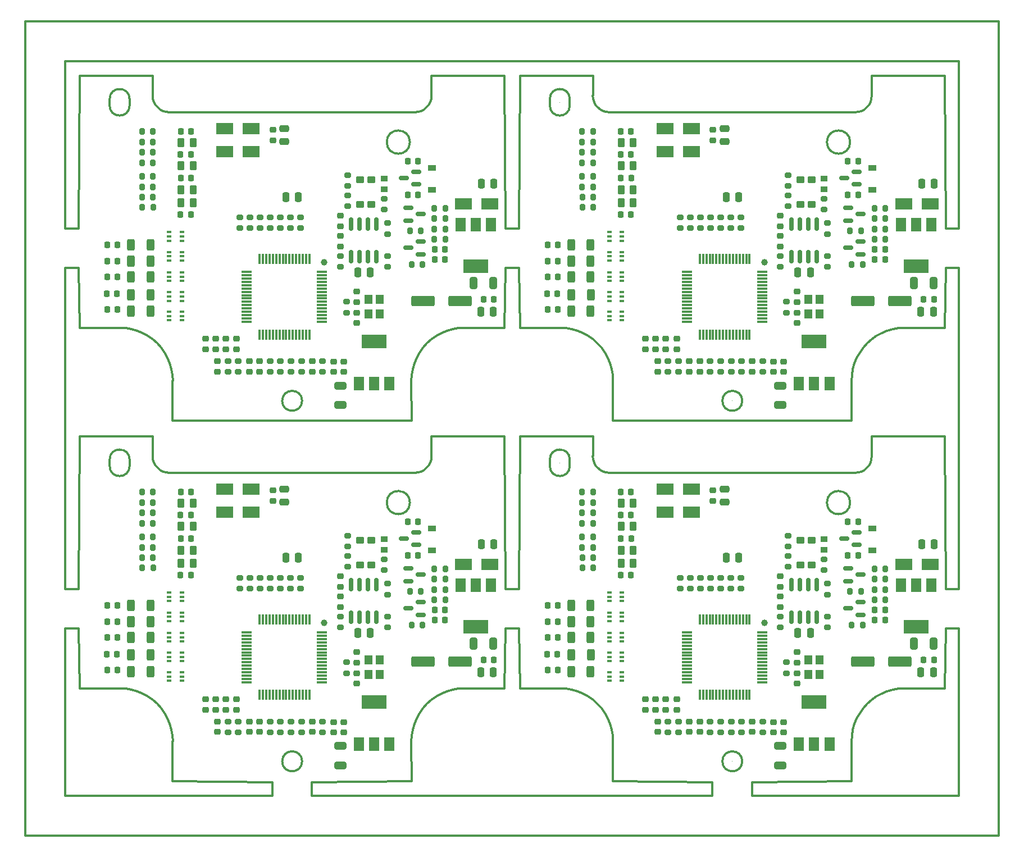
<source format=gbp>
%TF.GenerationSoftware,KiCad,Pcbnew,(6.0.0)*%
%TF.CreationDate,2022-02-12T17:38:03+08:00*%
%TF.ProjectId,SX7H02050048PB,53583748-3032-4303-9530-30343850422e,rev?*%
%TF.SameCoordinates,Original*%
%TF.FileFunction,Paste,Bot*%
%TF.FilePolarity,Positive*%
%FSLAX46Y46*%
G04 Gerber Fmt 4.6, Leading zero omitted, Abs format (unit mm)*
G04 Created by KiCad (PCBNEW (6.0.0)) date 2022-02-12 17:38:03*
%MOMM*%
%LPD*%
G01*
G04 APERTURE LIST*
G04 Aperture macros list*
%AMRoundRect*
0 Rectangle with rounded corners*
0 $1 Rounding radius*
0 $2 $3 $4 $5 $6 $7 $8 $9 X,Y pos of 4 corners*
0 Add a 4 corners polygon primitive as box body*
4,1,4,$2,$3,$4,$5,$6,$7,$8,$9,$2,$3,0*
0 Add four circle primitives for the rounded corners*
1,1,$1+$1,$2,$3*
1,1,$1+$1,$4,$5*
1,1,$1+$1,$6,$7*
1,1,$1+$1,$8,$9*
0 Add four rect primitives between the rounded corners*
20,1,$1+$1,$2,$3,$4,$5,0*
20,1,$1+$1,$4,$5,$6,$7,0*
20,1,$1+$1,$6,$7,$8,$9,0*
20,1,$1+$1,$8,$9,$2,$3,0*%
G04 Aperture macros list end*
%TA.AperFunction,Profile*%
%ADD10C,0.350000*%
%TD*%
%TA.AperFunction,Profile*%
%ADD11C,0.010049*%
%TD*%
%TA.AperFunction,Profile*%
%ADD12C,0.010050*%
%TD*%
%ADD13R,0.650000X0.400000*%
%ADD14R,2.500000X1.800000*%
%ADD15RoundRect,0.200000X0.200000X0.275000X-0.200000X0.275000X-0.200000X-0.275000X0.200000X-0.275000X0*%
%ADD16RoundRect,0.225000X-0.250000X0.225000X-0.250000X-0.225000X0.250000X-0.225000X0.250000X0.225000X0*%
%ADD17R,1.500000X2.000000*%
%ADD18R,3.800000X2.000000*%
%ADD19RoundRect,0.250000X-0.312500X-0.625000X0.312500X-0.625000X0.312500X0.625000X-0.312500X0.625000X0*%
%ADD20RoundRect,0.200000X-0.200000X-0.275000X0.200000X-0.275000X0.200000X0.275000X-0.200000X0.275000X0*%
%ADD21RoundRect,0.225000X0.250000X-0.225000X0.250000X0.225000X-0.250000X0.225000X-0.250000X-0.225000X0*%
%ADD22RoundRect,0.250000X1.500000X0.550000X-1.500000X0.550000X-1.500000X-0.550000X1.500000X-0.550000X0*%
%ADD23RoundRect,0.050000X0.525000X0.450000X-0.525000X0.450000X-0.525000X-0.450000X0.525000X-0.450000X0*%
%ADD24RoundRect,0.200000X-0.275000X0.200000X-0.275000X-0.200000X0.275000X-0.200000X0.275000X0.200000X0*%
%ADD25R,1.200000X1.400000*%
%ADD26RoundRect,0.225000X0.225000X0.250000X-0.225000X0.250000X-0.225000X-0.250000X0.225000X-0.250000X0*%
%ADD27RoundRect,0.250000X-0.325000X-0.650000X0.325000X-0.650000X0.325000X0.650000X-0.325000X0.650000X0*%
%ADD28RoundRect,0.225000X-0.225000X-0.250000X0.225000X-0.250000X0.225000X0.250000X-0.225000X0.250000X0*%
%ADD29RoundRect,0.250000X0.262500X0.450000X-0.262500X0.450000X-0.262500X-0.450000X0.262500X-0.450000X0*%
%ADD30RoundRect,0.250000X-0.250000X-0.475000X0.250000X-0.475000X0.250000X0.475000X-0.250000X0.475000X0*%
%ADD31RoundRect,0.250000X-0.650000X0.325000X-0.650000X-0.325000X0.650000X-0.325000X0.650000X0.325000X0*%
%ADD32R,1.000000X0.900000*%
%ADD33RoundRect,0.250000X0.250000X0.475000X-0.250000X0.475000X-0.250000X-0.475000X0.250000X-0.475000X0*%
%ADD34RoundRect,0.150000X-0.587500X-0.150000X0.587500X-0.150000X0.587500X0.150000X-0.587500X0.150000X0*%
%ADD35RoundRect,0.150000X0.587500X0.150000X-0.587500X0.150000X-0.587500X-0.150000X0.587500X-0.150000X0*%
%ADD36C,1.000000*%
%ADD37RoundRect,0.075000X0.700000X0.075000X-0.700000X0.075000X-0.700000X-0.075000X0.700000X-0.075000X0*%
%ADD38RoundRect,0.075000X0.075000X0.700000X-0.075000X0.700000X-0.075000X-0.700000X0.075000X-0.700000X0*%
%ADD39RoundRect,0.150000X0.150000X-0.825000X0.150000X0.825000X-0.150000X0.825000X-0.150000X-0.825000X0*%
%ADD40RoundRect,0.200000X0.275000X-0.200000X0.275000X0.200000X-0.275000X0.200000X-0.275000X-0.200000X0*%
%ADD41R,1.200000X0.900000*%
%ADD42RoundRect,0.250000X-0.475000X0.250000X-0.475000X-0.250000X0.475000X-0.250000X0.475000X0.250000X0*%
G04 APERTURE END LIST*
D10*
X129525000Y-134700122D02*
X129525000Y-136700122D01*
X123525000Y-134700122D02*
X123525000Y-136700122D01*
X129525000Y-136700122D02*
X160700000Y-136700122D01*
X63175000Y-136700122D02*
X123525000Y-136700122D01*
X129525000Y-134700122D02*
X144525000Y-134525122D01*
X108525000Y-134525122D02*
X123525000Y-134700122D01*
X63175000Y-134700122D02*
X63175000Y-136700122D01*
X57175000Y-134700122D02*
X57175000Y-136700122D01*
X26000000Y-136700122D02*
X57175000Y-136700122D01*
X63175000Y-134700122D02*
X78175000Y-134525122D01*
X42175000Y-134525122D02*
X57175000Y-134700122D01*
X158700000Y-111525091D02*
X160700000Y-111525091D01*
X158700000Y-105525091D02*
X160700000Y-105525091D01*
X160700000Y-111525091D02*
X160700000Y-136700122D01*
X160700000Y-57175030D02*
X160700000Y-105525091D01*
X158700000Y-111525091D02*
X158525000Y-120525122D01*
X158525000Y-82525061D02*
X158700000Y-105525091D01*
X92350000Y-111525091D02*
X94350000Y-111525091D01*
X92350000Y-105525091D02*
X94350000Y-105525091D01*
X94350000Y-111525091D02*
X94525000Y-120525122D01*
X94525000Y-82525061D02*
X94350000Y-105525091D01*
X92350000Y-111525091D02*
X92175000Y-120525122D01*
X92175000Y-82525061D02*
X92350000Y-105525091D01*
X26000000Y-111525091D02*
X28000000Y-111525091D01*
X26000000Y-105525091D02*
X28000000Y-105525091D01*
X28000000Y-111525091D02*
X28175000Y-120525122D01*
X28175000Y-82525061D02*
X28000000Y-105525091D01*
X26000000Y-111525091D02*
X26000000Y-136700122D01*
X26000000Y-57175030D02*
X26000000Y-105525091D01*
X158700000Y-57175030D02*
X160700000Y-57175030D01*
X158700000Y-51175030D02*
X160700000Y-51175030D01*
X160700000Y-26000000D02*
X160700000Y-51175030D01*
X158700000Y-57175030D02*
X158525000Y-66175061D01*
X158525000Y-28175000D02*
X158700000Y-51175030D01*
X92350000Y-57175030D02*
X94350000Y-57175030D01*
X92350000Y-51175030D02*
X94350000Y-51175030D01*
X94350000Y-57175030D02*
X94525000Y-66175061D01*
X94525000Y-28175000D02*
X94350000Y-51175030D01*
X92350000Y-57175030D02*
X92175000Y-66175061D01*
X92175000Y-28175000D02*
X92350000Y-51175030D01*
X26000000Y-57175030D02*
X28000000Y-57175030D01*
X26000000Y-51175030D02*
X28000000Y-51175030D01*
X28000000Y-57175030D02*
X28175000Y-66175061D01*
X28175000Y-28175000D02*
X28000000Y-51175030D01*
X26000000Y-26000000D02*
X26000000Y-51175030D01*
X107063636Y-87845923D02*
X106629371Y-87613806D01*
X108336707Y-126742102D02*
X108487220Y-127627966D01*
X147529212Y-122260596D02*
X148262061Y-121740637D01*
X107309485Y-124262122D02*
X107744117Y-125048560D01*
X105525000Y-85525061D02*
X105525000Y-82525061D01*
X108025000Y-88037146D02*
X107534888Y-87988928D01*
X144525000Y-134525122D02*
X144512427Y-128525122D01*
X107534888Y-87988928D02*
X107063636Y-87845923D01*
X144713294Y-126742102D02*
X144962073Y-125878699D01*
X144512427Y-128525122D02*
X144562781Y-127627966D01*
X106789527Y-123529334D02*
X107309485Y-124262122D01*
X145740516Y-124262122D02*
X146260474Y-123529334D01*
X105704139Y-86486426D02*
X105561133Y-86015173D01*
X147113746Y-86920691D02*
X146801307Y-87301367D01*
X149878638Y-120962134D02*
X150742041Y-120713355D01*
X99025000Y-87019080D02*
X99025000Y-86019080D01*
X108087928Y-125878699D02*
X108336707Y-126742102D01*
X105525000Y-82525061D02*
X94525000Y-82525061D01*
X128028967Y-131525122D02*
G75*
G03*
X128028967Y-131525122I-1499999J0D01*
G01*
X147525000Y-85525061D02*
X147537085Y-85525061D01*
X107744117Y-125048560D02*
X108087928Y-125878699D01*
X158525000Y-82525061D02*
X147525000Y-82525061D01*
X105936255Y-86920691D02*
X105704139Y-86486426D01*
X108487220Y-127627966D02*
X108537574Y-128525122D01*
X105512915Y-85525061D02*
X105525000Y-85525061D01*
X150742041Y-120713355D02*
X151627906Y-120562842D01*
X144285436Y-92520422D02*
G75*
G03*
X144285436Y-92520422I-1749999J0D01*
G01*
X102025000Y-86019080D02*
G75*
G03*
X99025000Y-86019080I-1500000J0D01*
G01*
X99025000Y-87019080D02*
G75*
G03*
X102025000Y-87019080I1500000J0D01*
G01*
X144562781Y-127627966D02*
X144713294Y-126742102D01*
X103171363Y-120962134D02*
X104001502Y-121306006D01*
X108537574Y-128525122D02*
X108525000Y-128525122D01*
X101422095Y-120562842D02*
X102307959Y-120713355D01*
X146260474Y-123529334D02*
X146859229Y-122859351D01*
X148262061Y-121740637D02*
X149048499Y-121306006D01*
D11*
X126533992Y-131525122D02*
G75*
G03*
X126533992Y-131525122I-5024J0D01*
G01*
D10*
X152525000Y-120525122D02*
X158525000Y-120525122D01*
X106190772Y-122859351D02*
X106789527Y-123529334D01*
X94525000Y-120525122D02*
X100525000Y-120512488D01*
X147537085Y-85525061D02*
X147488868Y-86015173D01*
X146859229Y-122859351D02*
X147529212Y-122260596D01*
X145305884Y-125048560D02*
X145740516Y-124262122D01*
X106248694Y-87301367D02*
X105936255Y-86920691D01*
D11*
X142540461Y-92520422D02*
G75*
G03*
X142540461Y-92520422I-5024J0D01*
G01*
D10*
X105520789Y-122260596D02*
X106190772Y-122859351D01*
X147488868Y-86015173D02*
X147345862Y-86486426D01*
X152525000Y-120512488D02*
X152525000Y-120525122D01*
X145025000Y-88025061D02*
X108025000Y-88025061D01*
X145515113Y-87988928D02*
X145025000Y-88037146D01*
X102025000Y-86019080D02*
X102025000Y-87019080D01*
X147345862Y-86486426D02*
X147113746Y-86920691D01*
X104787940Y-121740637D02*
X105520789Y-122260596D01*
X108025000Y-88025061D02*
X108025000Y-88037146D01*
X147525000Y-82525061D02*
X147525000Y-85525061D01*
X145986365Y-87845923D02*
X145515113Y-87988928D01*
X146801307Y-87301367D02*
X146420630Y-87613806D01*
X149048499Y-121306006D02*
X149878638Y-120962134D01*
X145025000Y-88037146D02*
X145025000Y-88025061D01*
X102307959Y-120713355D02*
X103171363Y-120962134D01*
X144962073Y-125878699D02*
X145305884Y-125048560D01*
D12*
X100530025Y-86519080D02*
G75*
G03*
X100530025Y-86519080I-5025J0D01*
G01*
D10*
X146420630Y-87613806D02*
X145986365Y-87845923D01*
X151627906Y-120562842D02*
X152525000Y-120512488D01*
X104001502Y-121306006D02*
X104787940Y-121740637D01*
X100525000Y-120512488D02*
X101422095Y-120562842D01*
X106629371Y-87613806D02*
X106248694Y-87301367D01*
X105561133Y-86015173D02*
X105512915Y-85525061D01*
X108525000Y-128525122D02*
X108525000Y-134525122D01*
X40713636Y-87845923D02*
X40279371Y-87613806D01*
X41986707Y-126742102D02*
X42137220Y-127627966D01*
X81179212Y-122260596D02*
X81912061Y-121740637D01*
X40959485Y-124262122D02*
X41394117Y-125048560D01*
X39175000Y-85525061D02*
X39175000Y-82525061D01*
X41675000Y-88037146D02*
X41184888Y-87988928D01*
X78175000Y-134525122D02*
X78162427Y-128525122D01*
X41184888Y-87988928D02*
X40713636Y-87845923D01*
X78363294Y-126742102D02*
X78612073Y-125878699D01*
X78162427Y-128525122D02*
X78212781Y-127627966D01*
X40439527Y-123529334D02*
X40959485Y-124262122D01*
X79390516Y-124262122D02*
X79910474Y-123529334D01*
X39354139Y-86486426D02*
X39211133Y-86015173D01*
X80763746Y-86920691D02*
X80451307Y-87301367D01*
X83528638Y-120962134D02*
X84392041Y-120713355D01*
X32675000Y-87019080D02*
X32675000Y-86019080D01*
X41737928Y-125878699D02*
X41986707Y-126742102D01*
X39175000Y-82525061D02*
X28175000Y-82525061D01*
X61678967Y-131525122D02*
G75*
G03*
X61678967Y-131525122I-1499999J0D01*
G01*
X81175000Y-85525061D02*
X81187085Y-85525061D01*
X41394117Y-125048560D02*
X41737928Y-125878699D01*
X92175000Y-82525061D02*
X81175000Y-82525061D01*
X39586255Y-86920691D02*
X39354139Y-86486426D01*
X42137220Y-127627966D02*
X42187574Y-128525122D01*
X39162915Y-85525061D02*
X39175000Y-85525061D01*
X84392041Y-120713355D02*
X85277906Y-120562842D01*
X77935436Y-92520422D02*
G75*
G03*
X77935436Y-92520422I-1749999J0D01*
G01*
X35675000Y-86019080D02*
G75*
G03*
X32675000Y-86019080I-1500000J0D01*
G01*
X32675000Y-87019080D02*
G75*
G03*
X35675000Y-87019080I1500000J0D01*
G01*
X78212781Y-127627966D02*
X78363294Y-126742102D01*
X36821363Y-120962134D02*
X37651502Y-121306006D01*
X42187574Y-128525122D02*
X42175000Y-128525122D01*
X35072095Y-120562842D02*
X35957959Y-120713355D01*
X79910474Y-123529334D02*
X80509229Y-122859351D01*
X81912061Y-121740637D02*
X82698499Y-121306006D01*
D11*
X60183992Y-131525122D02*
G75*
G03*
X60183992Y-131525122I-5024J0D01*
G01*
D10*
X86175000Y-120525122D02*
X92175000Y-120525122D01*
X39840772Y-122859351D02*
X40439527Y-123529334D01*
X28175000Y-120525122D02*
X34175000Y-120512488D01*
X81187085Y-85525061D02*
X81138868Y-86015173D01*
X80509229Y-122859351D02*
X81179212Y-122260596D01*
X78955884Y-125048560D02*
X79390516Y-124262122D01*
X39898694Y-87301367D02*
X39586255Y-86920691D01*
D11*
X76190461Y-92520422D02*
G75*
G03*
X76190461Y-92520422I-5024J0D01*
G01*
D10*
X39170789Y-122260596D02*
X39840772Y-122859351D01*
X81138868Y-86015173D02*
X80995862Y-86486426D01*
X86175000Y-120512488D02*
X86175000Y-120525122D01*
X78675000Y-88025061D02*
X41675000Y-88025061D01*
X79165113Y-87988928D02*
X78675000Y-88037146D01*
X35675000Y-86019080D02*
X35675000Y-87019080D01*
X80995862Y-86486426D02*
X80763746Y-86920691D01*
X38437940Y-121740637D02*
X39170789Y-122260596D01*
X41675000Y-88025061D02*
X41675000Y-88037146D01*
X81175000Y-82525061D02*
X81175000Y-85525061D01*
X79636365Y-87845923D02*
X79165113Y-87988928D01*
X80451307Y-87301367D02*
X80070630Y-87613806D01*
X82698499Y-121306006D02*
X83528638Y-120962134D01*
X78675000Y-88037146D02*
X78675000Y-88025061D01*
X35957959Y-120713355D02*
X36821363Y-120962134D01*
X78612073Y-125878699D02*
X78955884Y-125048560D01*
D12*
X34180025Y-86519080D02*
G75*
G03*
X34180025Y-86519080I-5025J0D01*
G01*
D10*
X80070630Y-87613806D02*
X79636365Y-87845923D01*
X85277906Y-120562842D02*
X86175000Y-120512488D01*
X37651502Y-121306006D02*
X38437940Y-121740637D01*
X34175000Y-120512488D02*
X35072095Y-120562842D01*
X40279371Y-87613806D02*
X39898694Y-87301367D01*
X39211133Y-86015173D02*
X39162915Y-85525061D01*
X42175000Y-128525122D02*
X42175000Y-134525122D01*
X107063636Y-33495862D02*
X106629371Y-33263745D01*
X108336707Y-72392041D02*
X108487220Y-73277905D01*
X147529212Y-67910535D02*
X148262061Y-67390576D01*
X107309485Y-69912061D02*
X107744117Y-70698499D01*
X105525000Y-31175000D02*
X105525000Y-28175000D01*
X108025000Y-33687085D02*
X107534888Y-33638867D01*
X144525000Y-80175061D02*
X144512427Y-74175061D01*
X107534888Y-33638867D02*
X107063636Y-33495862D01*
X144713294Y-72392041D02*
X144962073Y-71528638D01*
X144512427Y-74175061D02*
X144562781Y-73277905D01*
X106789527Y-69179273D02*
X107309485Y-69912061D01*
X145740516Y-69912061D02*
X146260474Y-69179273D01*
X105704139Y-32136365D02*
X105561133Y-31665112D01*
X147113746Y-32570630D02*
X146801307Y-32951306D01*
X149878638Y-66612073D02*
X150742041Y-66363294D01*
X99025000Y-32669019D02*
X99025000Y-31669019D01*
X108087928Y-71528638D02*
X108336707Y-72392041D01*
X105525000Y-28175000D02*
X94525000Y-28175000D01*
X128028967Y-77175061D02*
G75*
G03*
X128028967Y-77175061I-1499999J0D01*
G01*
X147525000Y-31175000D02*
X147537085Y-31175000D01*
X107744117Y-70698499D02*
X108087928Y-71528638D01*
X158525000Y-28175000D02*
X147525000Y-28175000D01*
X105936255Y-32570630D02*
X105704139Y-32136365D01*
X108487220Y-73277905D02*
X108537574Y-74175061D01*
X105512915Y-31175000D02*
X105525000Y-31175000D01*
X150742041Y-66363294D02*
X151627906Y-66212781D01*
X144285436Y-38170361D02*
G75*
G03*
X144285436Y-38170361I-1749999J0D01*
G01*
X102025000Y-31669019D02*
G75*
G03*
X99025000Y-31669019I-1500000J0D01*
G01*
X99025000Y-32669019D02*
G75*
G03*
X102025000Y-32669019I1500000J0D01*
G01*
X144562781Y-73277905D02*
X144713294Y-72392041D01*
X103171363Y-66612073D02*
X104001502Y-66955945D01*
X108537574Y-74175061D02*
X108525000Y-74175061D01*
X101422095Y-66212781D02*
X102307959Y-66363294D01*
X146260474Y-69179273D02*
X146859229Y-68509290D01*
X148262061Y-67390576D02*
X149048499Y-66955945D01*
X108525000Y-80175061D02*
X144525000Y-80175061D01*
D11*
X126533992Y-77175061D02*
G75*
G03*
X126533992Y-77175061I-5024J0D01*
G01*
D10*
X152525000Y-66175061D02*
X158525000Y-66175061D01*
X106190772Y-68509290D02*
X106789527Y-69179273D01*
X94525000Y-66175061D02*
X100525000Y-66162427D01*
X147537085Y-31175000D02*
X147488868Y-31665112D01*
X146859229Y-68509290D02*
X147529212Y-67910535D01*
X145305884Y-70698499D02*
X145740516Y-69912061D01*
X106248694Y-32951306D02*
X105936255Y-32570630D01*
D11*
X142540461Y-38170361D02*
G75*
G03*
X142540461Y-38170361I-5024J0D01*
G01*
D10*
X105520789Y-67910535D02*
X106190772Y-68509290D01*
X147488868Y-31665112D02*
X147345862Y-32136365D01*
X152525000Y-66162427D02*
X152525000Y-66175061D01*
X145025000Y-33675000D02*
X108025000Y-33675000D01*
X145515113Y-33638867D02*
X145025000Y-33687085D01*
X102025000Y-31669019D02*
X102025000Y-32669019D01*
X147345862Y-32136365D02*
X147113746Y-32570630D01*
X104787940Y-67390576D02*
X105520789Y-67910535D01*
X108025000Y-33675000D02*
X108025000Y-33687085D01*
X147525000Y-28175000D02*
X147525000Y-31175000D01*
X145986365Y-33495862D02*
X145515113Y-33638867D01*
X146801307Y-32951306D02*
X146420630Y-33263745D01*
X149048499Y-66955945D02*
X149878638Y-66612073D01*
X145025000Y-33687085D02*
X145025000Y-33675000D01*
X102307959Y-66363294D02*
X103171363Y-66612073D01*
X144962073Y-71528638D02*
X145305884Y-70698499D01*
D12*
X100530025Y-32169019D02*
G75*
G03*
X100530025Y-32169019I-5025J0D01*
G01*
D10*
X146420630Y-33263745D02*
X145986365Y-33495862D01*
X151627906Y-66212781D02*
X152525000Y-66162427D01*
X104001502Y-66955945D02*
X104787940Y-67390576D01*
X100525000Y-66162427D02*
X101422095Y-66212781D01*
X106629371Y-33263745D02*
X106248694Y-32951306D01*
X105561133Y-31665112D02*
X105512915Y-31175000D01*
X108525000Y-74175061D02*
X108525000Y-80175061D01*
X40713636Y-33495862D02*
X40279371Y-33263745D01*
X41986707Y-72392041D02*
X42137220Y-73277905D01*
X81179212Y-67910535D02*
X81912061Y-67390576D01*
X40959485Y-69912061D02*
X41394117Y-70698499D01*
X39175000Y-31175000D02*
X39175000Y-28175000D01*
X41675000Y-33687085D02*
X41184888Y-33638867D01*
X78175000Y-80175061D02*
X78162427Y-74175061D01*
X41184888Y-33638867D02*
X40713636Y-33495862D01*
X78363294Y-72392041D02*
X78612073Y-71528638D01*
X78162427Y-74175061D02*
X78212781Y-73277905D01*
X40439527Y-69179273D02*
X40959485Y-69912061D01*
X79390516Y-69912061D02*
X79910474Y-69179273D01*
X39354139Y-32136365D02*
X39211133Y-31665112D01*
X80763746Y-32570630D02*
X80451307Y-32951306D01*
X83528638Y-66612073D02*
X84392041Y-66363294D01*
X32675000Y-32669019D02*
X32675000Y-31669019D01*
X41737928Y-71528638D02*
X41986707Y-72392041D01*
X39175000Y-28175000D02*
X28175000Y-28175000D01*
X61678967Y-77175061D02*
G75*
G03*
X61678967Y-77175061I-1499999J0D01*
G01*
X81175000Y-31175000D02*
X81187085Y-31175000D01*
X41394117Y-70698499D02*
X41737928Y-71528638D01*
X92175000Y-28175000D02*
X81175000Y-28175000D01*
X39586255Y-32570630D02*
X39354139Y-32136365D01*
X42137220Y-73277905D02*
X42187574Y-74175061D01*
X39162915Y-31175000D02*
X39175000Y-31175000D01*
X84392041Y-66363294D02*
X85277906Y-66212781D01*
X77935436Y-38170361D02*
G75*
G03*
X77935436Y-38170361I-1749999J0D01*
G01*
X35675000Y-31669019D02*
G75*
G03*
X32675000Y-31669019I-1500000J0D01*
G01*
X32675000Y-32669019D02*
G75*
G03*
X35675000Y-32669019I1500000J0D01*
G01*
X78212781Y-73277905D02*
X78363294Y-72392041D01*
X36821363Y-66612073D02*
X37651502Y-66955945D01*
X42187574Y-74175061D02*
X42175000Y-74175061D01*
X35072095Y-66212781D02*
X35957959Y-66363294D01*
X79910474Y-69179273D02*
X80509229Y-68509290D01*
X81912061Y-67390576D02*
X82698499Y-66955945D01*
X42175000Y-80175061D02*
X78175000Y-80175061D01*
D11*
X60183992Y-77175061D02*
G75*
G03*
X60183992Y-77175061I-5024J0D01*
G01*
D10*
X86175000Y-66175061D02*
X92175000Y-66175061D01*
X39840772Y-68509290D02*
X40439527Y-69179273D01*
X28175000Y-66175061D02*
X34175000Y-66162427D01*
X81187085Y-31175000D02*
X81138868Y-31665112D01*
X80509229Y-68509290D02*
X81179212Y-67910535D01*
X78955884Y-70698499D02*
X79390516Y-69912061D01*
X39898694Y-32951306D02*
X39586255Y-32570630D01*
D11*
X76190461Y-38170361D02*
G75*
G03*
X76190461Y-38170361I-5024J0D01*
G01*
D10*
X39170789Y-67910535D02*
X39840772Y-68509290D01*
X81138868Y-31665112D02*
X80995862Y-32136365D01*
X86175000Y-66162427D02*
X86175000Y-66175061D01*
X78675000Y-33675000D02*
X41675000Y-33675000D01*
X79165113Y-33638867D02*
X78675000Y-33687085D01*
X35675000Y-31669019D02*
X35675000Y-32669019D01*
X80995862Y-32136365D02*
X80763746Y-32570630D01*
X38437940Y-67390576D02*
X39170789Y-67910535D01*
X41675000Y-33675000D02*
X41675000Y-33687085D01*
X81175000Y-28175000D02*
X81175000Y-31175000D01*
X79636365Y-33495862D02*
X79165113Y-33638867D01*
X80451307Y-32951306D02*
X80070630Y-33263745D01*
X82698499Y-66955945D02*
X83528638Y-66612073D01*
X78675000Y-33687085D02*
X78675000Y-33675000D01*
X35957959Y-66363294D02*
X36821363Y-66612073D01*
X78612073Y-71528638D02*
X78955884Y-70698499D01*
D12*
X34180025Y-32169019D02*
G75*
G03*
X34180025Y-32169019I-5025J0D01*
G01*
D10*
X80070630Y-33263745D02*
X79636365Y-33495862D01*
X85277906Y-66212781D02*
X86175000Y-66162427D01*
X37651502Y-66955945D02*
X38437940Y-67390576D01*
X34175000Y-66162427D02*
X35072095Y-66212781D01*
X40279371Y-33263745D02*
X39898694Y-32951306D01*
X39211133Y-31665112D02*
X39162915Y-31175000D01*
X42175000Y-74175061D02*
X42175000Y-80175061D01*
X26000000Y-26000000D02*
X160700000Y-26000000D01*
X20000000Y-20000000D02*
X20000000Y-142700122D01*
X20000000Y-142700122D02*
X166700000Y-142700122D01*
X166700000Y-20000000D02*
X166700000Y-142700122D01*
X20000000Y-20000000D02*
X166700000Y-20000000D01*
D13*
%TO.C,Q105*%
X108001798Y-119382814D03*
X108001798Y-118732814D03*
X108001798Y-118082814D03*
X109901798Y-118082814D03*
X109901798Y-118732814D03*
X109901798Y-119382814D03*
%TD*%
D14*
%TO.C,D104*%
X116375998Y-93961114D03*
X120375998Y-93961114D03*
%TD*%
D15*
%TO.C,R123*%
X105527998Y-92502514D03*
X103877998Y-92502514D03*
%TD*%
D16*
%TO.C,C123*%
X118164998Y-122182114D03*
X118164998Y-123732114D03*
%TD*%
D17*
%TO.C,Q102*%
X151932998Y-104948114D03*
X154232998Y-104948114D03*
D18*
X154232998Y-111248114D03*
D17*
X156532998Y-104948114D03*
%TD*%
D19*
%TO.C,R143*%
X102239298Y-107982814D03*
X105164298Y-107982814D03*
%TD*%
D20*
%TO.C,R129*%
X103877998Y-95626714D03*
X105527998Y-95626714D03*
%TD*%
%TO.C,R128*%
X103890998Y-99258914D03*
X105540998Y-99258914D03*
%TD*%
D21*
%TO.C,C115*%
X136275198Y-119820514D03*
X136275198Y-118270514D03*
%TD*%
D15*
%TO.C,R125*%
X105527998Y-94051914D03*
X103877998Y-94051914D03*
%TD*%
D21*
%TO.C,L102*%
X120069998Y-127108414D03*
X120069998Y-125558414D03*
%TD*%
D22*
%TO.C,C104*%
X151825998Y-116480114D03*
X146225998Y-116480114D03*
%TD*%
D16*
%TO.C,C112*%
X123625998Y-90686114D03*
X123625998Y-92236114D03*
%TD*%
D23*
%TO.C,L104*%
X138490098Y-98230514D03*
X138490098Y-101910514D03*
X136760098Y-101910514D03*
X136760098Y-98230514D03*
%TD*%
D24*
%TO.C,R148*%
X134928998Y-97494114D03*
X134928998Y-99144114D03*
%TD*%
D25*
%TO.C,Y101*%
X139715998Y-116269114D03*
X139715998Y-118469114D03*
X138015998Y-118469114D03*
X138015998Y-116269114D03*
%TD*%
D26*
%TO.C,C142*%
X100131598Y-115409214D03*
X98581598Y-115409214D03*
%TD*%
D24*
%TO.C,R117*%
X131118998Y-125508414D03*
X131118998Y-127158414D03*
%TD*%
D27*
%TO.C,C103*%
X153900998Y-113813114D03*
X156850998Y-113813114D03*
%TD*%
D28*
%TO.C,C102*%
X148009398Y-108733114D03*
X149559398Y-108733114D03*
%TD*%
D29*
%TO.C,R130*%
X111584498Y-101697314D03*
X109759498Y-101697314D03*
%TD*%
D30*
%TO.C,C107*%
X154933998Y-118131114D03*
X156833998Y-118131114D03*
%TD*%
D26*
%TO.C,C141*%
X100226798Y-117732814D03*
X98676798Y-117732814D03*
%TD*%
D24*
%TO.C,R108*%
X116844098Y-125508414D03*
X116844098Y-127158414D03*
%TD*%
%TO.C,R139*%
X126360698Y-125508414D03*
X126360698Y-127158414D03*
%TD*%
D28*
%TO.C,C130*%
X109693798Y-94356714D03*
X111243798Y-94356714D03*
%TD*%
D26*
%TO.C,L101*%
X149546998Y-110257114D03*
X147996998Y-110257114D03*
%TD*%
%TO.C,C143*%
X100226798Y-110482814D03*
X98676798Y-110482814D03*
%TD*%
D31*
%TO.C,C108*%
X133785998Y-129229114D03*
X133785998Y-132179114D03*
%TD*%
D14*
%TO.C,D102*%
X152359998Y-101875114D03*
X156359998Y-101875114D03*
%TD*%
D21*
%TO.C,C147*%
X133785998Y-108238114D03*
X133785998Y-106688114D03*
%TD*%
D15*
%TO.C,R122*%
X105566398Y-100833714D03*
X103916398Y-100833714D03*
%TD*%
D24*
%TO.C,R107*%
X118418998Y-125508414D03*
X118418998Y-127158414D03*
%TD*%
%TO.C,R153*%
X133785998Y-109686114D03*
X133785998Y-111336114D03*
%TD*%
D16*
%TO.C,C126*%
X114989998Y-122182114D03*
X114989998Y-123732114D03*
%TD*%
D32*
%TO.C,R149*%
X140389998Y-98027116D03*
X140389998Y-99627118D03*
%TD*%
D16*
%TO.C,C125*%
X116513998Y-122182114D03*
X116513998Y-123732114D03*
%TD*%
D29*
%TO.C,R133*%
X111584498Y-96109314D03*
X109759498Y-96109314D03*
%TD*%
D24*
%TO.C,R137*%
X124774598Y-125508414D03*
X124774598Y-127158414D03*
%TD*%
%TO.C,R113*%
X121720998Y-103844114D03*
X121720998Y-105494114D03*
%TD*%
D16*
%TO.C,C106*%
X115257998Y-125558414D03*
X115257998Y-127108414D03*
%TD*%
D24*
%TO.C,R111*%
X134700398Y-116594914D03*
X134700398Y-118244914D03*
%TD*%
%TO.C,R136*%
X123244998Y-103844114D03*
X123244998Y-105494114D03*
%TD*%
D20*
%TO.C,R104*%
X147959398Y-107153114D03*
X149609398Y-107153114D03*
%TD*%
D21*
%TO.C,C146*%
X133785998Y-105190114D03*
X133785998Y-103640114D03*
%TD*%
D28*
%TO.C,C127*%
X109693798Y-103475314D03*
X111243798Y-103475314D03*
%TD*%
D33*
%TO.C,C101*%
X156960998Y-98827114D03*
X155060998Y-98827114D03*
%TD*%
D34*
%TO.C,Q101*%
X144024498Y-104349114D03*
X144024498Y-102449114D03*
X145899498Y-103399114D03*
%TD*%
D13*
%TO.C,Q104*%
X107992598Y-113458014D03*
X107992598Y-112808014D03*
X107992598Y-112158014D03*
X109892598Y-112158014D03*
X109892598Y-112808014D03*
X109892598Y-113458014D03*
%TD*%
D19*
%TO.C,R145*%
X102239298Y-117982814D03*
X105164298Y-117982814D03*
%TD*%
D20*
%TO.C,R101*%
X144517998Y-111019114D03*
X146167998Y-111019114D03*
%TD*%
D13*
%TO.C,Q107*%
X108001798Y-110382814D03*
X108001798Y-109732814D03*
X108001798Y-109082814D03*
X109901798Y-109082814D03*
X109901798Y-109732814D03*
X109901798Y-110382814D03*
%TD*%
D35*
%TO.C,D103*%
X145899498Y-107529114D03*
X145899498Y-109429114D03*
X144024498Y-108479114D03*
%TD*%
D36*
%TO.C,U102*%
X131347598Y-110638114D03*
D37*
X131053598Y-112095114D03*
X131053598Y-112595114D03*
X131053598Y-113095114D03*
X131053598Y-113595114D03*
X131053598Y-114095114D03*
X131053598Y-114595114D03*
X131053598Y-115095114D03*
X131053598Y-115595114D03*
X131053598Y-116095114D03*
X131053598Y-116595114D03*
X131053598Y-117095114D03*
X131053598Y-117595114D03*
X131053598Y-118095114D03*
X131053598Y-118595114D03*
X131053598Y-119095114D03*
X131053598Y-119595114D03*
D38*
X129128598Y-121520114D03*
X128628598Y-121520114D03*
X128128598Y-121520114D03*
X127628598Y-121520114D03*
X127128598Y-121520114D03*
X126628598Y-121520114D03*
X126128598Y-121520114D03*
X125628598Y-121520114D03*
X125128598Y-121520114D03*
X124628598Y-121520114D03*
X124128598Y-121520114D03*
X123628598Y-121520114D03*
X123128598Y-121520114D03*
X122628598Y-121520114D03*
X122128598Y-121520114D03*
X121628598Y-121520114D03*
D37*
X119703598Y-119595114D03*
X119703598Y-119095114D03*
X119703598Y-118595114D03*
X119703598Y-118095114D03*
X119703598Y-117595114D03*
X119703598Y-117095114D03*
X119703598Y-116595114D03*
X119703598Y-116095114D03*
X119703598Y-115595114D03*
X119703598Y-115095114D03*
X119703598Y-114595114D03*
X119703598Y-114095114D03*
X119703598Y-113595114D03*
X119703598Y-113095114D03*
X119703598Y-112595114D03*
X119703598Y-112095114D03*
D38*
X121628598Y-110170114D03*
X122128598Y-110170114D03*
X122628598Y-110170114D03*
X123128598Y-110170114D03*
X123628598Y-110170114D03*
X124128598Y-110170114D03*
X124628598Y-110170114D03*
X125128598Y-110170114D03*
X125628598Y-110170114D03*
X126128598Y-110170114D03*
X126628598Y-110170114D03*
X127128598Y-110170114D03*
X127628598Y-110170114D03*
X128128598Y-110170114D03*
X128628598Y-110170114D03*
X129128598Y-110170114D03*
%TD*%
D17*
%TO.C,U101*%
X141165998Y-128901114D03*
D18*
X138865998Y-122601114D03*
D17*
X138865998Y-128901114D03*
X136565998Y-128901114D03*
%TD*%
D28*
%TO.C,C105*%
X155362998Y-116226114D03*
X156912998Y-116226114D03*
%TD*%
D35*
%TO.C,D108*%
X145264498Y-96988114D03*
X145264498Y-98888114D03*
X143389498Y-97938114D03*
%TD*%
D24*
%TO.C,R141*%
X123188498Y-125508414D03*
X123188498Y-127158414D03*
%TD*%
D26*
%TO.C,C140*%
X100217598Y-112822414D03*
X98667598Y-112822414D03*
%TD*%
D15*
%TO.C,R105*%
X149596998Y-102510114D03*
X147946998Y-102510114D03*
%TD*%
D24*
%TO.C,R150*%
X134928998Y-100542114D03*
X134928998Y-102192114D03*
%TD*%
D39*
%TO.C,U104*%
X139246998Y-109811114D03*
X137976998Y-109811114D03*
X136706998Y-109811114D03*
X135436998Y-109811114D03*
X135436998Y-104861114D03*
X136706998Y-104861114D03*
X137976998Y-104861114D03*
X139246998Y-104861114D03*
%TD*%
D21*
%TO.C,C110*%
X132769998Y-127161114D03*
X132769998Y-125611114D03*
%TD*%
D40*
%TO.C,R151*%
X140389998Y-102700114D03*
X140389998Y-101050114D03*
%TD*%
D41*
%TO.C,D101*%
X147628998Y-99715114D03*
X147628998Y-96415114D03*
%TD*%
D19*
%TO.C,R146*%
X102262898Y-115510814D03*
X105187898Y-115510814D03*
%TD*%
D13*
%TO.C,Q103*%
X108001798Y-107382814D03*
X108001798Y-106732814D03*
X108001798Y-106082814D03*
X109901798Y-106082814D03*
X109901798Y-106732814D03*
X109901798Y-107382814D03*
%TD*%
D28*
%TO.C,C128*%
X109719198Y-90902314D03*
X111269198Y-90902314D03*
%TD*%
D13*
%TO.C,Q106*%
X108001798Y-116440214D03*
X108001798Y-115790214D03*
X108001798Y-115140214D03*
X109901798Y-115140214D03*
X109901798Y-115790214D03*
X109901798Y-116440214D03*
%TD*%
D19*
%TO.C,R144*%
X102230098Y-112822414D03*
X105155098Y-112822414D03*
%TD*%
D24*
%TO.C,R142*%
X127946798Y-125508414D03*
X127946798Y-127158414D03*
%TD*%
%TO.C,R114*%
X124768998Y-103844114D03*
X124768998Y-105494114D03*
%TD*%
%TO.C,R135*%
X120196998Y-103844114D03*
X120196998Y-105494114D03*
%TD*%
D19*
%TO.C,R147*%
X102239298Y-110482814D03*
X105164298Y-110482814D03*
%TD*%
D16*
%TO.C,C137*%
X121602398Y-125558414D03*
X121602398Y-127108414D03*
%TD*%
D30*
%TO.C,C132*%
X125596998Y-100859114D03*
X127496998Y-100859114D03*
%TD*%
D21*
%TO.C,C111*%
X134293998Y-127161114D03*
X134293998Y-125611114D03*
%TD*%
D15*
%TO.C,R106*%
X149596998Y-104034114D03*
X147946998Y-104034114D03*
%TD*%
D40*
%TO.C,R115*%
X126292998Y-105494114D03*
X126292998Y-103844114D03*
%TD*%
D15*
%TO.C,R103*%
X149609398Y-105629114D03*
X147959398Y-105629114D03*
%TD*%
D20*
%TO.C,R126*%
X103941798Y-102383114D03*
X105591798Y-102383114D03*
%TD*%
D28*
%TO.C,C145*%
X143932998Y-100478114D03*
X145482998Y-100478114D03*
%TD*%
D42*
%TO.C,C109*%
X125375998Y-90511114D03*
X125375998Y-92411114D03*
%TD*%
D20*
%TO.C,R127*%
X103877998Y-90953114D03*
X105527998Y-90953114D03*
%TD*%
D16*
%TO.C,C114*%
X136275198Y-115070114D03*
X136275198Y-116620114D03*
%TD*%
%TO.C,C124*%
X113465998Y-122182114D03*
X113465998Y-123732114D03*
%TD*%
D14*
%TO.C,D105*%
X116375998Y-90461114D03*
X120375998Y-90461114D03*
%TD*%
D16*
%TO.C,C138*%
X129532898Y-125558414D03*
X129532898Y-127108414D03*
%TD*%
D29*
%TO.C,R131*%
X111584498Y-92629514D03*
X109759498Y-92629514D03*
%TD*%
%TO.C,R132*%
X111584498Y-99716114D03*
X109759498Y-99716114D03*
%TD*%
D26*
%TO.C,C139*%
X100226798Y-107982814D03*
X98676798Y-107982814D03*
%TD*%
D20*
%TO.C,R102*%
X144263998Y-105939114D03*
X145913998Y-105939114D03*
%TD*%
D24*
%TO.C,R152*%
X140897998Y-104733114D03*
X140897998Y-106383114D03*
%TD*%
%TO.C,R154*%
X140897998Y-109686114D03*
X140897998Y-111336114D03*
%TD*%
D28*
%TO.C,C129*%
X109744598Y-97938114D03*
X111294598Y-97938114D03*
%TD*%
D26*
%TO.C,C144*%
X145482998Y-95398114D03*
X143932998Y-95398114D03*
%TD*%
D40*
%TO.C,R134*%
X118672998Y-105494114D03*
X118672998Y-103844114D03*
%TD*%
%TO.C,L105*%
X127816998Y-105494114D03*
X127816998Y-103844114D03*
%TD*%
D15*
%TO.C,R124*%
X105527998Y-97709514D03*
X103877998Y-97709514D03*
%TD*%
D30*
%TO.C,C148*%
X136391998Y-112162114D03*
X138291998Y-112162114D03*
%TD*%
D13*
%TO.C,Q105*%
X41651798Y-119382814D03*
X41651798Y-118732814D03*
X41651798Y-118082814D03*
X43551798Y-118082814D03*
X43551798Y-118732814D03*
X43551798Y-119382814D03*
%TD*%
D14*
%TO.C,D104*%
X50025998Y-93961114D03*
X54025998Y-93961114D03*
%TD*%
D15*
%TO.C,R123*%
X39177998Y-92502514D03*
X37527998Y-92502514D03*
%TD*%
D16*
%TO.C,C123*%
X51814998Y-122182114D03*
X51814998Y-123732114D03*
%TD*%
D17*
%TO.C,Q102*%
X85582998Y-104948114D03*
X87882998Y-104948114D03*
D18*
X87882998Y-111248114D03*
D17*
X90182998Y-104948114D03*
%TD*%
D19*
%TO.C,R143*%
X35889298Y-107982814D03*
X38814298Y-107982814D03*
%TD*%
D20*
%TO.C,R129*%
X37527998Y-95626714D03*
X39177998Y-95626714D03*
%TD*%
%TO.C,R128*%
X37540998Y-99258914D03*
X39190998Y-99258914D03*
%TD*%
D21*
%TO.C,C115*%
X69925198Y-119820514D03*
X69925198Y-118270514D03*
%TD*%
D15*
%TO.C,R125*%
X39177998Y-94051914D03*
X37527998Y-94051914D03*
%TD*%
D21*
%TO.C,L102*%
X53719998Y-127108414D03*
X53719998Y-125558414D03*
%TD*%
D22*
%TO.C,C104*%
X85475998Y-116480114D03*
X79875998Y-116480114D03*
%TD*%
D16*
%TO.C,C112*%
X57275998Y-90686114D03*
X57275998Y-92236114D03*
%TD*%
D23*
%TO.C,L104*%
X72140098Y-98230514D03*
X72140098Y-101910514D03*
X70410098Y-101910514D03*
X70410098Y-98230514D03*
%TD*%
D24*
%TO.C,R148*%
X68578998Y-97494114D03*
X68578998Y-99144114D03*
%TD*%
D25*
%TO.C,Y101*%
X73365998Y-116269114D03*
X73365998Y-118469114D03*
X71665998Y-118469114D03*
X71665998Y-116269114D03*
%TD*%
D26*
%TO.C,C142*%
X33781598Y-115409214D03*
X32231598Y-115409214D03*
%TD*%
D24*
%TO.C,R117*%
X64768998Y-125508414D03*
X64768998Y-127158414D03*
%TD*%
D27*
%TO.C,C103*%
X87550998Y-113813114D03*
X90500998Y-113813114D03*
%TD*%
D28*
%TO.C,C102*%
X81659398Y-108733114D03*
X83209398Y-108733114D03*
%TD*%
D29*
%TO.C,R130*%
X45234498Y-101697314D03*
X43409498Y-101697314D03*
%TD*%
D30*
%TO.C,C107*%
X88583998Y-118131114D03*
X90483998Y-118131114D03*
%TD*%
D26*
%TO.C,C141*%
X33876798Y-117732814D03*
X32326798Y-117732814D03*
%TD*%
D24*
%TO.C,R108*%
X50494098Y-125508414D03*
X50494098Y-127158414D03*
%TD*%
%TO.C,R139*%
X60010698Y-125508414D03*
X60010698Y-127158414D03*
%TD*%
D28*
%TO.C,C130*%
X43343798Y-94356714D03*
X44893798Y-94356714D03*
%TD*%
D26*
%TO.C,L101*%
X83196998Y-110257114D03*
X81646998Y-110257114D03*
%TD*%
%TO.C,C143*%
X33876798Y-110482814D03*
X32326798Y-110482814D03*
%TD*%
D31*
%TO.C,C108*%
X67435998Y-129229114D03*
X67435998Y-132179114D03*
%TD*%
D14*
%TO.C,D102*%
X86009998Y-101875114D03*
X90009998Y-101875114D03*
%TD*%
D21*
%TO.C,C147*%
X67435998Y-108238114D03*
X67435998Y-106688114D03*
%TD*%
D15*
%TO.C,R122*%
X39216398Y-100833714D03*
X37566398Y-100833714D03*
%TD*%
D24*
%TO.C,R107*%
X52068998Y-125508414D03*
X52068998Y-127158414D03*
%TD*%
%TO.C,R153*%
X67435998Y-109686114D03*
X67435998Y-111336114D03*
%TD*%
D16*
%TO.C,C126*%
X48639998Y-122182114D03*
X48639998Y-123732114D03*
%TD*%
D32*
%TO.C,R149*%
X74039998Y-98027116D03*
X74039998Y-99627118D03*
%TD*%
D16*
%TO.C,C125*%
X50163998Y-122182114D03*
X50163998Y-123732114D03*
%TD*%
D29*
%TO.C,R133*%
X45234498Y-96109314D03*
X43409498Y-96109314D03*
%TD*%
D24*
%TO.C,R137*%
X58424598Y-125508414D03*
X58424598Y-127158414D03*
%TD*%
%TO.C,R113*%
X55370998Y-103844114D03*
X55370998Y-105494114D03*
%TD*%
D16*
%TO.C,C106*%
X48907998Y-125558414D03*
X48907998Y-127108414D03*
%TD*%
D24*
%TO.C,R111*%
X68350398Y-116594914D03*
X68350398Y-118244914D03*
%TD*%
%TO.C,R136*%
X56894998Y-103844114D03*
X56894998Y-105494114D03*
%TD*%
D20*
%TO.C,R104*%
X81609398Y-107153114D03*
X83259398Y-107153114D03*
%TD*%
D21*
%TO.C,C146*%
X67435998Y-105190114D03*
X67435998Y-103640114D03*
%TD*%
D28*
%TO.C,C127*%
X43343798Y-103475314D03*
X44893798Y-103475314D03*
%TD*%
D33*
%TO.C,C101*%
X90610998Y-98827114D03*
X88710998Y-98827114D03*
%TD*%
D34*
%TO.C,Q101*%
X77674498Y-104349114D03*
X77674498Y-102449114D03*
X79549498Y-103399114D03*
%TD*%
D13*
%TO.C,Q104*%
X41642598Y-113458014D03*
X41642598Y-112808014D03*
X41642598Y-112158014D03*
X43542598Y-112158014D03*
X43542598Y-112808014D03*
X43542598Y-113458014D03*
%TD*%
D19*
%TO.C,R145*%
X35889298Y-117982814D03*
X38814298Y-117982814D03*
%TD*%
D20*
%TO.C,R101*%
X78167998Y-111019114D03*
X79817998Y-111019114D03*
%TD*%
D13*
%TO.C,Q107*%
X41651798Y-110382814D03*
X41651798Y-109732814D03*
X41651798Y-109082814D03*
X43551798Y-109082814D03*
X43551798Y-109732814D03*
X43551798Y-110382814D03*
%TD*%
D35*
%TO.C,D103*%
X79549498Y-107529114D03*
X79549498Y-109429114D03*
X77674498Y-108479114D03*
%TD*%
D36*
%TO.C,U102*%
X64997598Y-110638114D03*
D37*
X64703598Y-112095114D03*
X64703598Y-112595114D03*
X64703598Y-113095114D03*
X64703598Y-113595114D03*
X64703598Y-114095114D03*
X64703598Y-114595114D03*
X64703598Y-115095114D03*
X64703598Y-115595114D03*
X64703598Y-116095114D03*
X64703598Y-116595114D03*
X64703598Y-117095114D03*
X64703598Y-117595114D03*
X64703598Y-118095114D03*
X64703598Y-118595114D03*
X64703598Y-119095114D03*
X64703598Y-119595114D03*
D38*
X62778598Y-121520114D03*
X62278598Y-121520114D03*
X61778598Y-121520114D03*
X61278598Y-121520114D03*
X60778598Y-121520114D03*
X60278598Y-121520114D03*
X59778598Y-121520114D03*
X59278598Y-121520114D03*
X58778598Y-121520114D03*
X58278598Y-121520114D03*
X57778598Y-121520114D03*
X57278598Y-121520114D03*
X56778598Y-121520114D03*
X56278598Y-121520114D03*
X55778598Y-121520114D03*
X55278598Y-121520114D03*
D37*
X53353598Y-119595114D03*
X53353598Y-119095114D03*
X53353598Y-118595114D03*
X53353598Y-118095114D03*
X53353598Y-117595114D03*
X53353598Y-117095114D03*
X53353598Y-116595114D03*
X53353598Y-116095114D03*
X53353598Y-115595114D03*
X53353598Y-115095114D03*
X53353598Y-114595114D03*
X53353598Y-114095114D03*
X53353598Y-113595114D03*
X53353598Y-113095114D03*
X53353598Y-112595114D03*
X53353598Y-112095114D03*
D38*
X55278598Y-110170114D03*
X55778598Y-110170114D03*
X56278598Y-110170114D03*
X56778598Y-110170114D03*
X57278598Y-110170114D03*
X57778598Y-110170114D03*
X58278598Y-110170114D03*
X58778598Y-110170114D03*
X59278598Y-110170114D03*
X59778598Y-110170114D03*
X60278598Y-110170114D03*
X60778598Y-110170114D03*
X61278598Y-110170114D03*
X61778598Y-110170114D03*
X62278598Y-110170114D03*
X62778598Y-110170114D03*
%TD*%
D17*
%TO.C,U101*%
X74815998Y-128901114D03*
D18*
X72515998Y-122601114D03*
D17*
X72515998Y-128901114D03*
X70215998Y-128901114D03*
%TD*%
D28*
%TO.C,C105*%
X89012998Y-116226114D03*
X90562998Y-116226114D03*
%TD*%
D35*
%TO.C,D108*%
X78914498Y-96988114D03*
X78914498Y-98888114D03*
X77039498Y-97938114D03*
%TD*%
D24*
%TO.C,R141*%
X56838498Y-125508414D03*
X56838498Y-127158414D03*
%TD*%
D26*
%TO.C,C140*%
X33867598Y-112822414D03*
X32317598Y-112822414D03*
%TD*%
D15*
%TO.C,R105*%
X83246998Y-102510114D03*
X81596998Y-102510114D03*
%TD*%
D24*
%TO.C,R150*%
X68578998Y-100542114D03*
X68578998Y-102192114D03*
%TD*%
D39*
%TO.C,U104*%
X72896998Y-109811114D03*
X71626998Y-109811114D03*
X70356998Y-109811114D03*
X69086998Y-109811114D03*
X69086998Y-104861114D03*
X70356998Y-104861114D03*
X71626998Y-104861114D03*
X72896998Y-104861114D03*
%TD*%
D21*
%TO.C,C110*%
X66419998Y-127161114D03*
X66419998Y-125611114D03*
%TD*%
D40*
%TO.C,R151*%
X74039998Y-102700114D03*
X74039998Y-101050114D03*
%TD*%
D41*
%TO.C,D101*%
X81278998Y-99715114D03*
X81278998Y-96415114D03*
%TD*%
D19*
%TO.C,R146*%
X35912898Y-115510814D03*
X38837898Y-115510814D03*
%TD*%
D13*
%TO.C,Q103*%
X41651798Y-107382814D03*
X41651798Y-106732814D03*
X41651798Y-106082814D03*
X43551798Y-106082814D03*
X43551798Y-106732814D03*
X43551798Y-107382814D03*
%TD*%
D28*
%TO.C,C128*%
X43369198Y-90902314D03*
X44919198Y-90902314D03*
%TD*%
D13*
%TO.C,Q106*%
X41651798Y-116440214D03*
X41651798Y-115790214D03*
X41651798Y-115140214D03*
X43551798Y-115140214D03*
X43551798Y-115790214D03*
X43551798Y-116440214D03*
%TD*%
D19*
%TO.C,R144*%
X35880098Y-112822414D03*
X38805098Y-112822414D03*
%TD*%
D24*
%TO.C,R142*%
X61596798Y-125508414D03*
X61596798Y-127158414D03*
%TD*%
%TO.C,R114*%
X58418998Y-103844114D03*
X58418998Y-105494114D03*
%TD*%
%TO.C,R135*%
X53846998Y-103844114D03*
X53846998Y-105494114D03*
%TD*%
D19*
%TO.C,R147*%
X35889298Y-110482814D03*
X38814298Y-110482814D03*
%TD*%
D16*
%TO.C,C137*%
X55252398Y-125558414D03*
X55252398Y-127108414D03*
%TD*%
D30*
%TO.C,C132*%
X59246998Y-100859114D03*
X61146998Y-100859114D03*
%TD*%
D21*
%TO.C,C111*%
X67943998Y-127161114D03*
X67943998Y-125611114D03*
%TD*%
D15*
%TO.C,R106*%
X83246998Y-104034114D03*
X81596998Y-104034114D03*
%TD*%
D40*
%TO.C,R115*%
X59942998Y-105494114D03*
X59942998Y-103844114D03*
%TD*%
D15*
%TO.C,R103*%
X83259398Y-105629114D03*
X81609398Y-105629114D03*
%TD*%
D20*
%TO.C,R126*%
X37591798Y-102383114D03*
X39241798Y-102383114D03*
%TD*%
D28*
%TO.C,C145*%
X77582998Y-100478114D03*
X79132998Y-100478114D03*
%TD*%
D42*
%TO.C,C109*%
X59025998Y-90511114D03*
X59025998Y-92411114D03*
%TD*%
D20*
%TO.C,R127*%
X37527998Y-90953114D03*
X39177998Y-90953114D03*
%TD*%
D16*
%TO.C,C114*%
X69925198Y-115070114D03*
X69925198Y-116620114D03*
%TD*%
%TO.C,C124*%
X47115998Y-122182114D03*
X47115998Y-123732114D03*
%TD*%
D14*
%TO.C,D105*%
X50025998Y-90461114D03*
X54025998Y-90461114D03*
%TD*%
D16*
%TO.C,C138*%
X63182898Y-125558414D03*
X63182898Y-127108414D03*
%TD*%
D29*
%TO.C,R131*%
X45234498Y-92629514D03*
X43409498Y-92629514D03*
%TD*%
%TO.C,R132*%
X45234498Y-99716114D03*
X43409498Y-99716114D03*
%TD*%
D26*
%TO.C,C139*%
X33876798Y-107982814D03*
X32326798Y-107982814D03*
%TD*%
D20*
%TO.C,R102*%
X77913998Y-105939114D03*
X79563998Y-105939114D03*
%TD*%
D24*
%TO.C,R152*%
X74547998Y-104733114D03*
X74547998Y-106383114D03*
%TD*%
%TO.C,R154*%
X74547998Y-109686114D03*
X74547998Y-111336114D03*
%TD*%
D28*
%TO.C,C129*%
X43394598Y-97938114D03*
X44944598Y-97938114D03*
%TD*%
D26*
%TO.C,C144*%
X79132998Y-95398114D03*
X77582998Y-95398114D03*
%TD*%
D40*
%TO.C,R134*%
X52322998Y-105494114D03*
X52322998Y-103844114D03*
%TD*%
%TO.C,L105*%
X61466998Y-105494114D03*
X61466998Y-103844114D03*
%TD*%
D15*
%TO.C,R124*%
X39177998Y-97709514D03*
X37527998Y-97709514D03*
%TD*%
D30*
%TO.C,C148*%
X70041998Y-112162114D03*
X71941998Y-112162114D03*
%TD*%
D13*
%TO.C,Q105*%
X108001798Y-65032753D03*
X108001798Y-64382753D03*
X108001798Y-63732753D03*
X109901798Y-63732753D03*
X109901798Y-64382753D03*
X109901798Y-65032753D03*
%TD*%
D14*
%TO.C,D104*%
X116375998Y-39611053D03*
X120375998Y-39611053D03*
%TD*%
D15*
%TO.C,R123*%
X105527998Y-38152453D03*
X103877998Y-38152453D03*
%TD*%
D16*
%TO.C,C123*%
X118164998Y-67832053D03*
X118164998Y-69382053D03*
%TD*%
D17*
%TO.C,Q102*%
X151932998Y-50598053D03*
X154232998Y-50598053D03*
D18*
X154232998Y-56898053D03*
D17*
X156532998Y-50598053D03*
%TD*%
D19*
%TO.C,R143*%
X102239298Y-53632753D03*
X105164298Y-53632753D03*
%TD*%
D20*
%TO.C,R129*%
X103877998Y-41276653D03*
X105527998Y-41276653D03*
%TD*%
%TO.C,R128*%
X103890998Y-44908853D03*
X105540998Y-44908853D03*
%TD*%
D21*
%TO.C,C115*%
X136275198Y-65470453D03*
X136275198Y-63920453D03*
%TD*%
D15*
%TO.C,R125*%
X105527998Y-39701853D03*
X103877998Y-39701853D03*
%TD*%
D21*
%TO.C,L102*%
X120069998Y-72758353D03*
X120069998Y-71208353D03*
%TD*%
D22*
%TO.C,C104*%
X151825998Y-62130053D03*
X146225998Y-62130053D03*
%TD*%
D16*
%TO.C,C112*%
X123625998Y-36336053D03*
X123625998Y-37886053D03*
%TD*%
D23*
%TO.C,L104*%
X138490098Y-43880453D03*
X138490098Y-47560453D03*
X136760098Y-47560453D03*
X136760098Y-43880453D03*
%TD*%
D24*
%TO.C,R148*%
X134928998Y-43144053D03*
X134928998Y-44794053D03*
%TD*%
D25*
%TO.C,Y101*%
X139715998Y-61919053D03*
X139715998Y-64119053D03*
X138015998Y-64119053D03*
X138015998Y-61919053D03*
%TD*%
D26*
%TO.C,C142*%
X100131598Y-61059153D03*
X98581598Y-61059153D03*
%TD*%
D24*
%TO.C,R117*%
X131118998Y-71158353D03*
X131118998Y-72808353D03*
%TD*%
D27*
%TO.C,C103*%
X153900998Y-59463053D03*
X156850998Y-59463053D03*
%TD*%
D28*
%TO.C,C102*%
X148009398Y-54383053D03*
X149559398Y-54383053D03*
%TD*%
D29*
%TO.C,R130*%
X111584498Y-47347253D03*
X109759498Y-47347253D03*
%TD*%
D30*
%TO.C,C107*%
X154933998Y-63781053D03*
X156833998Y-63781053D03*
%TD*%
D26*
%TO.C,C141*%
X100226798Y-63382753D03*
X98676798Y-63382753D03*
%TD*%
D24*
%TO.C,R108*%
X116844098Y-71158353D03*
X116844098Y-72808353D03*
%TD*%
%TO.C,R139*%
X126360698Y-71158353D03*
X126360698Y-72808353D03*
%TD*%
D28*
%TO.C,C130*%
X109693798Y-40006653D03*
X111243798Y-40006653D03*
%TD*%
D26*
%TO.C,L101*%
X149546998Y-55907053D03*
X147996998Y-55907053D03*
%TD*%
%TO.C,C143*%
X100226798Y-56132753D03*
X98676798Y-56132753D03*
%TD*%
D31*
%TO.C,C108*%
X133785998Y-74879053D03*
X133785998Y-77829053D03*
%TD*%
D14*
%TO.C,D102*%
X152359998Y-47525053D03*
X156359998Y-47525053D03*
%TD*%
D21*
%TO.C,C147*%
X133785998Y-53888053D03*
X133785998Y-52338053D03*
%TD*%
D15*
%TO.C,R122*%
X105566398Y-46483653D03*
X103916398Y-46483653D03*
%TD*%
D24*
%TO.C,R107*%
X118418998Y-71158353D03*
X118418998Y-72808353D03*
%TD*%
%TO.C,R153*%
X133785998Y-55336053D03*
X133785998Y-56986053D03*
%TD*%
D16*
%TO.C,C126*%
X114989998Y-67832053D03*
X114989998Y-69382053D03*
%TD*%
D32*
%TO.C,R149*%
X140389998Y-43677055D03*
X140389998Y-45277057D03*
%TD*%
D16*
%TO.C,C125*%
X116513998Y-67832053D03*
X116513998Y-69382053D03*
%TD*%
D29*
%TO.C,R133*%
X111584498Y-41759253D03*
X109759498Y-41759253D03*
%TD*%
D24*
%TO.C,R137*%
X124774598Y-71158353D03*
X124774598Y-72808353D03*
%TD*%
%TO.C,R113*%
X121720998Y-49494053D03*
X121720998Y-51144053D03*
%TD*%
D16*
%TO.C,C106*%
X115257998Y-71208353D03*
X115257998Y-72758353D03*
%TD*%
D24*
%TO.C,R111*%
X134700398Y-62244853D03*
X134700398Y-63894853D03*
%TD*%
%TO.C,R136*%
X123244998Y-49494053D03*
X123244998Y-51144053D03*
%TD*%
D20*
%TO.C,R104*%
X147959398Y-52803053D03*
X149609398Y-52803053D03*
%TD*%
D21*
%TO.C,C146*%
X133785998Y-50840053D03*
X133785998Y-49290053D03*
%TD*%
D28*
%TO.C,C127*%
X109693798Y-49125253D03*
X111243798Y-49125253D03*
%TD*%
D33*
%TO.C,C101*%
X156960998Y-44477053D03*
X155060998Y-44477053D03*
%TD*%
D34*
%TO.C,Q101*%
X144024498Y-49999053D03*
X144024498Y-48099053D03*
X145899498Y-49049053D03*
%TD*%
D13*
%TO.C,Q104*%
X107992598Y-59107953D03*
X107992598Y-58457953D03*
X107992598Y-57807953D03*
X109892598Y-57807953D03*
X109892598Y-58457953D03*
X109892598Y-59107953D03*
%TD*%
D19*
%TO.C,R145*%
X102239298Y-63632753D03*
X105164298Y-63632753D03*
%TD*%
D20*
%TO.C,R101*%
X144517998Y-56669053D03*
X146167998Y-56669053D03*
%TD*%
D13*
%TO.C,Q107*%
X108001798Y-56032753D03*
X108001798Y-55382753D03*
X108001798Y-54732753D03*
X109901798Y-54732753D03*
X109901798Y-55382753D03*
X109901798Y-56032753D03*
%TD*%
D35*
%TO.C,D103*%
X145899498Y-53179053D03*
X145899498Y-55079053D03*
X144024498Y-54129053D03*
%TD*%
D36*
%TO.C,U102*%
X131347598Y-56288053D03*
D37*
X131053598Y-57745053D03*
X131053598Y-58245053D03*
X131053598Y-58745053D03*
X131053598Y-59245053D03*
X131053598Y-59745053D03*
X131053598Y-60245053D03*
X131053598Y-60745053D03*
X131053598Y-61245053D03*
X131053598Y-61745053D03*
X131053598Y-62245053D03*
X131053598Y-62745053D03*
X131053598Y-63245053D03*
X131053598Y-63745053D03*
X131053598Y-64245053D03*
X131053598Y-64745053D03*
X131053598Y-65245053D03*
D38*
X129128598Y-67170053D03*
X128628598Y-67170053D03*
X128128598Y-67170053D03*
X127628598Y-67170053D03*
X127128598Y-67170053D03*
X126628598Y-67170053D03*
X126128598Y-67170053D03*
X125628598Y-67170053D03*
X125128598Y-67170053D03*
X124628598Y-67170053D03*
X124128598Y-67170053D03*
X123628598Y-67170053D03*
X123128598Y-67170053D03*
X122628598Y-67170053D03*
X122128598Y-67170053D03*
X121628598Y-67170053D03*
D37*
X119703598Y-65245053D03*
X119703598Y-64745053D03*
X119703598Y-64245053D03*
X119703598Y-63745053D03*
X119703598Y-63245053D03*
X119703598Y-62745053D03*
X119703598Y-62245053D03*
X119703598Y-61745053D03*
X119703598Y-61245053D03*
X119703598Y-60745053D03*
X119703598Y-60245053D03*
X119703598Y-59745053D03*
X119703598Y-59245053D03*
X119703598Y-58745053D03*
X119703598Y-58245053D03*
X119703598Y-57745053D03*
D38*
X121628598Y-55820053D03*
X122128598Y-55820053D03*
X122628598Y-55820053D03*
X123128598Y-55820053D03*
X123628598Y-55820053D03*
X124128598Y-55820053D03*
X124628598Y-55820053D03*
X125128598Y-55820053D03*
X125628598Y-55820053D03*
X126128598Y-55820053D03*
X126628598Y-55820053D03*
X127128598Y-55820053D03*
X127628598Y-55820053D03*
X128128598Y-55820053D03*
X128628598Y-55820053D03*
X129128598Y-55820053D03*
%TD*%
D17*
%TO.C,U101*%
X141165998Y-74551053D03*
D18*
X138865998Y-68251053D03*
D17*
X138865998Y-74551053D03*
X136565998Y-74551053D03*
%TD*%
D28*
%TO.C,C105*%
X155362998Y-61876053D03*
X156912998Y-61876053D03*
%TD*%
D35*
%TO.C,D108*%
X145264498Y-42638053D03*
X145264498Y-44538053D03*
X143389498Y-43588053D03*
%TD*%
D24*
%TO.C,R141*%
X123188498Y-71158353D03*
X123188498Y-72808353D03*
%TD*%
D26*
%TO.C,C140*%
X100217598Y-58472353D03*
X98667598Y-58472353D03*
%TD*%
D15*
%TO.C,R105*%
X149596998Y-48160053D03*
X147946998Y-48160053D03*
%TD*%
D24*
%TO.C,R150*%
X134928998Y-46192053D03*
X134928998Y-47842053D03*
%TD*%
D39*
%TO.C,U104*%
X139246998Y-55461053D03*
X137976998Y-55461053D03*
X136706998Y-55461053D03*
X135436998Y-55461053D03*
X135436998Y-50511053D03*
X136706998Y-50511053D03*
X137976998Y-50511053D03*
X139246998Y-50511053D03*
%TD*%
D21*
%TO.C,C110*%
X132769998Y-72811053D03*
X132769998Y-71261053D03*
%TD*%
D40*
%TO.C,R151*%
X140389998Y-48350053D03*
X140389998Y-46700053D03*
%TD*%
D41*
%TO.C,D101*%
X147628998Y-45365053D03*
X147628998Y-42065053D03*
%TD*%
D19*
%TO.C,R146*%
X102262898Y-61160753D03*
X105187898Y-61160753D03*
%TD*%
D13*
%TO.C,Q103*%
X108001798Y-53032753D03*
X108001798Y-52382753D03*
X108001798Y-51732753D03*
X109901798Y-51732753D03*
X109901798Y-52382753D03*
X109901798Y-53032753D03*
%TD*%
D28*
%TO.C,C128*%
X109719198Y-36552253D03*
X111269198Y-36552253D03*
%TD*%
D13*
%TO.C,Q106*%
X108001798Y-62090153D03*
X108001798Y-61440153D03*
X108001798Y-60790153D03*
X109901798Y-60790153D03*
X109901798Y-61440153D03*
X109901798Y-62090153D03*
%TD*%
D19*
%TO.C,R144*%
X102230098Y-58472353D03*
X105155098Y-58472353D03*
%TD*%
D24*
%TO.C,R142*%
X127946798Y-71158353D03*
X127946798Y-72808353D03*
%TD*%
%TO.C,R114*%
X124768998Y-49494053D03*
X124768998Y-51144053D03*
%TD*%
%TO.C,R135*%
X120196998Y-49494053D03*
X120196998Y-51144053D03*
%TD*%
D19*
%TO.C,R147*%
X102239298Y-56132753D03*
X105164298Y-56132753D03*
%TD*%
D16*
%TO.C,C137*%
X121602398Y-71208353D03*
X121602398Y-72758353D03*
%TD*%
D30*
%TO.C,C132*%
X125596998Y-46509053D03*
X127496998Y-46509053D03*
%TD*%
D21*
%TO.C,C111*%
X134293998Y-72811053D03*
X134293998Y-71261053D03*
%TD*%
D15*
%TO.C,R106*%
X149596998Y-49684053D03*
X147946998Y-49684053D03*
%TD*%
D40*
%TO.C,R115*%
X126292998Y-51144053D03*
X126292998Y-49494053D03*
%TD*%
D15*
%TO.C,R103*%
X149609398Y-51279053D03*
X147959398Y-51279053D03*
%TD*%
D20*
%TO.C,R126*%
X103941798Y-48033053D03*
X105591798Y-48033053D03*
%TD*%
D28*
%TO.C,C145*%
X143932998Y-46128053D03*
X145482998Y-46128053D03*
%TD*%
D42*
%TO.C,C109*%
X125375998Y-36161053D03*
X125375998Y-38061053D03*
%TD*%
D20*
%TO.C,R127*%
X103877998Y-36603053D03*
X105527998Y-36603053D03*
%TD*%
D16*
%TO.C,C114*%
X136275198Y-60720053D03*
X136275198Y-62270053D03*
%TD*%
%TO.C,C124*%
X113465998Y-67832053D03*
X113465998Y-69382053D03*
%TD*%
D14*
%TO.C,D105*%
X116375998Y-36111053D03*
X120375998Y-36111053D03*
%TD*%
D16*
%TO.C,C138*%
X129532898Y-71208353D03*
X129532898Y-72758353D03*
%TD*%
D29*
%TO.C,R131*%
X111584498Y-38279453D03*
X109759498Y-38279453D03*
%TD*%
%TO.C,R132*%
X111584498Y-45366053D03*
X109759498Y-45366053D03*
%TD*%
D26*
%TO.C,C139*%
X100226798Y-53632753D03*
X98676798Y-53632753D03*
%TD*%
D20*
%TO.C,R102*%
X144263998Y-51589053D03*
X145913998Y-51589053D03*
%TD*%
D24*
%TO.C,R152*%
X140897998Y-50383053D03*
X140897998Y-52033053D03*
%TD*%
%TO.C,R154*%
X140897998Y-55336053D03*
X140897998Y-56986053D03*
%TD*%
D28*
%TO.C,C129*%
X109744598Y-43588053D03*
X111294598Y-43588053D03*
%TD*%
D26*
%TO.C,C144*%
X145482998Y-41048053D03*
X143932998Y-41048053D03*
%TD*%
D40*
%TO.C,R134*%
X118672998Y-51144053D03*
X118672998Y-49494053D03*
%TD*%
%TO.C,L105*%
X127816998Y-51144053D03*
X127816998Y-49494053D03*
%TD*%
D15*
%TO.C,R124*%
X105527998Y-43359453D03*
X103877998Y-43359453D03*
%TD*%
D30*
%TO.C,C148*%
X136391998Y-57812053D03*
X138291998Y-57812053D03*
%TD*%
D13*
%TO.C,Q105*%
X41651798Y-65032753D03*
X41651798Y-64382753D03*
X41651798Y-63732753D03*
X43551798Y-63732753D03*
X43551798Y-64382753D03*
X43551798Y-65032753D03*
%TD*%
D14*
%TO.C,D104*%
X50025998Y-39611053D03*
X54025998Y-39611053D03*
%TD*%
D15*
%TO.C,R123*%
X39177998Y-38152453D03*
X37527998Y-38152453D03*
%TD*%
D16*
%TO.C,C123*%
X51814998Y-67832053D03*
X51814998Y-69382053D03*
%TD*%
D17*
%TO.C,Q102*%
X85582998Y-50598053D03*
X87882998Y-50598053D03*
D18*
X87882998Y-56898053D03*
D17*
X90182998Y-50598053D03*
%TD*%
D19*
%TO.C,R143*%
X35889298Y-53632753D03*
X38814298Y-53632753D03*
%TD*%
D20*
%TO.C,R129*%
X37527998Y-41276653D03*
X39177998Y-41276653D03*
%TD*%
%TO.C,R128*%
X37540998Y-44908853D03*
X39190998Y-44908853D03*
%TD*%
D21*
%TO.C,C115*%
X69925198Y-65470453D03*
X69925198Y-63920453D03*
%TD*%
D15*
%TO.C,R125*%
X39177998Y-39701853D03*
X37527998Y-39701853D03*
%TD*%
D21*
%TO.C,L102*%
X53719998Y-72758353D03*
X53719998Y-71208353D03*
%TD*%
D22*
%TO.C,C104*%
X85475998Y-62130053D03*
X79875998Y-62130053D03*
%TD*%
D16*
%TO.C,C112*%
X57275998Y-36336053D03*
X57275998Y-37886053D03*
%TD*%
D23*
%TO.C,L104*%
X72140098Y-43880453D03*
X72140098Y-47560453D03*
X70410098Y-47560453D03*
X70410098Y-43880453D03*
%TD*%
D24*
%TO.C,R148*%
X68578998Y-43144053D03*
X68578998Y-44794053D03*
%TD*%
D25*
%TO.C,Y101*%
X73365998Y-61919053D03*
X73365998Y-64119053D03*
X71665998Y-64119053D03*
X71665998Y-61919053D03*
%TD*%
D26*
%TO.C,C142*%
X33781598Y-61059153D03*
X32231598Y-61059153D03*
%TD*%
D24*
%TO.C,R117*%
X64768998Y-71158353D03*
X64768998Y-72808353D03*
%TD*%
D27*
%TO.C,C103*%
X87550998Y-59463053D03*
X90500998Y-59463053D03*
%TD*%
D28*
%TO.C,C102*%
X81659398Y-54383053D03*
X83209398Y-54383053D03*
%TD*%
D29*
%TO.C,R130*%
X45234498Y-47347253D03*
X43409498Y-47347253D03*
%TD*%
D30*
%TO.C,C107*%
X88583998Y-63781053D03*
X90483998Y-63781053D03*
%TD*%
D26*
%TO.C,C141*%
X33876798Y-63382753D03*
X32326798Y-63382753D03*
%TD*%
D24*
%TO.C,R108*%
X50494098Y-71158353D03*
X50494098Y-72808353D03*
%TD*%
%TO.C,R139*%
X60010698Y-71158353D03*
X60010698Y-72808353D03*
%TD*%
D28*
%TO.C,C130*%
X43343798Y-40006653D03*
X44893798Y-40006653D03*
%TD*%
D26*
%TO.C,L101*%
X83196998Y-55907053D03*
X81646998Y-55907053D03*
%TD*%
%TO.C,C143*%
X33876798Y-56132753D03*
X32326798Y-56132753D03*
%TD*%
D31*
%TO.C,C108*%
X67435998Y-74879053D03*
X67435998Y-77829053D03*
%TD*%
D14*
%TO.C,D102*%
X86009998Y-47525053D03*
X90009998Y-47525053D03*
%TD*%
D21*
%TO.C,C147*%
X67435998Y-53888053D03*
X67435998Y-52338053D03*
%TD*%
D15*
%TO.C,R122*%
X39216398Y-46483653D03*
X37566398Y-46483653D03*
%TD*%
D24*
%TO.C,R107*%
X52068998Y-71158353D03*
X52068998Y-72808353D03*
%TD*%
%TO.C,R153*%
X67435998Y-55336053D03*
X67435998Y-56986053D03*
%TD*%
D16*
%TO.C,C126*%
X48639998Y-67832053D03*
X48639998Y-69382053D03*
%TD*%
D32*
%TO.C,R149*%
X74039998Y-43677055D03*
X74039998Y-45277057D03*
%TD*%
D16*
%TO.C,C125*%
X50163998Y-67832053D03*
X50163998Y-69382053D03*
%TD*%
D29*
%TO.C,R133*%
X45234498Y-41759253D03*
X43409498Y-41759253D03*
%TD*%
D24*
%TO.C,R137*%
X58424598Y-71158353D03*
X58424598Y-72808353D03*
%TD*%
%TO.C,R113*%
X55370998Y-49494053D03*
X55370998Y-51144053D03*
%TD*%
D16*
%TO.C,C106*%
X48907998Y-71208353D03*
X48907998Y-72758353D03*
%TD*%
D24*
%TO.C,R111*%
X68350398Y-62244853D03*
X68350398Y-63894853D03*
%TD*%
%TO.C,R136*%
X56894998Y-49494053D03*
X56894998Y-51144053D03*
%TD*%
D20*
%TO.C,R104*%
X81609398Y-52803053D03*
X83259398Y-52803053D03*
%TD*%
D21*
%TO.C,C146*%
X67435998Y-50840053D03*
X67435998Y-49290053D03*
%TD*%
D28*
%TO.C,C127*%
X43343798Y-49125253D03*
X44893798Y-49125253D03*
%TD*%
D33*
%TO.C,C101*%
X90610998Y-44477053D03*
X88710998Y-44477053D03*
%TD*%
D34*
%TO.C,Q101*%
X77674498Y-49999053D03*
X77674498Y-48099053D03*
X79549498Y-49049053D03*
%TD*%
D13*
%TO.C,Q104*%
X41642598Y-59107953D03*
X41642598Y-58457953D03*
X41642598Y-57807953D03*
X43542598Y-57807953D03*
X43542598Y-58457953D03*
X43542598Y-59107953D03*
%TD*%
D19*
%TO.C,R145*%
X35889298Y-63632753D03*
X38814298Y-63632753D03*
%TD*%
D20*
%TO.C,R101*%
X78167998Y-56669053D03*
X79817998Y-56669053D03*
%TD*%
D13*
%TO.C,Q107*%
X41651798Y-56032753D03*
X41651798Y-55382753D03*
X41651798Y-54732753D03*
X43551798Y-54732753D03*
X43551798Y-55382753D03*
X43551798Y-56032753D03*
%TD*%
D35*
%TO.C,D103*%
X79549498Y-53179053D03*
X79549498Y-55079053D03*
X77674498Y-54129053D03*
%TD*%
D36*
%TO.C,U102*%
X64997598Y-56288053D03*
D37*
X64703598Y-57745053D03*
X64703598Y-58245053D03*
X64703598Y-58745053D03*
X64703598Y-59245053D03*
X64703598Y-59745053D03*
X64703598Y-60245053D03*
X64703598Y-60745053D03*
X64703598Y-61245053D03*
X64703598Y-61745053D03*
X64703598Y-62245053D03*
X64703598Y-62745053D03*
X64703598Y-63245053D03*
X64703598Y-63745053D03*
X64703598Y-64245053D03*
X64703598Y-64745053D03*
X64703598Y-65245053D03*
D38*
X62778598Y-67170053D03*
X62278598Y-67170053D03*
X61778598Y-67170053D03*
X61278598Y-67170053D03*
X60778598Y-67170053D03*
X60278598Y-67170053D03*
X59778598Y-67170053D03*
X59278598Y-67170053D03*
X58778598Y-67170053D03*
X58278598Y-67170053D03*
X57778598Y-67170053D03*
X57278598Y-67170053D03*
X56778598Y-67170053D03*
X56278598Y-67170053D03*
X55778598Y-67170053D03*
X55278598Y-67170053D03*
D37*
X53353598Y-65245053D03*
X53353598Y-64745053D03*
X53353598Y-64245053D03*
X53353598Y-63745053D03*
X53353598Y-63245053D03*
X53353598Y-62745053D03*
X53353598Y-62245053D03*
X53353598Y-61745053D03*
X53353598Y-61245053D03*
X53353598Y-60745053D03*
X53353598Y-60245053D03*
X53353598Y-59745053D03*
X53353598Y-59245053D03*
X53353598Y-58745053D03*
X53353598Y-58245053D03*
X53353598Y-57745053D03*
D38*
X55278598Y-55820053D03*
X55778598Y-55820053D03*
X56278598Y-55820053D03*
X56778598Y-55820053D03*
X57278598Y-55820053D03*
X57778598Y-55820053D03*
X58278598Y-55820053D03*
X58778598Y-55820053D03*
X59278598Y-55820053D03*
X59778598Y-55820053D03*
X60278598Y-55820053D03*
X60778598Y-55820053D03*
X61278598Y-55820053D03*
X61778598Y-55820053D03*
X62278598Y-55820053D03*
X62778598Y-55820053D03*
%TD*%
D17*
%TO.C,U101*%
X74815998Y-74551053D03*
D18*
X72515998Y-68251053D03*
D17*
X72515998Y-74551053D03*
X70215998Y-74551053D03*
%TD*%
D28*
%TO.C,C105*%
X89012998Y-61876053D03*
X90562998Y-61876053D03*
%TD*%
D35*
%TO.C,D108*%
X78914498Y-42638053D03*
X78914498Y-44538053D03*
X77039498Y-43588053D03*
%TD*%
D24*
%TO.C,R141*%
X56838498Y-71158353D03*
X56838498Y-72808353D03*
%TD*%
D26*
%TO.C,C140*%
X33867598Y-58472353D03*
X32317598Y-58472353D03*
%TD*%
D15*
%TO.C,R105*%
X83246998Y-48160053D03*
X81596998Y-48160053D03*
%TD*%
D24*
%TO.C,R150*%
X68578998Y-46192053D03*
X68578998Y-47842053D03*
%TD*%
D39*
%TO.C,U104*%
X72896998Y-55461053D03*
X71626998Y-55461053D03*
X70356998Y-55461053D03*
X69086998Y-55461053D03*
X69086998Y-50511053D03*
X70356998Y-50511053D03*
X71626998Y-50511053D03*
X72896998Y-50511053D03*
%TD*%
D21*
%TO.C,C110*%
X66419998Y-72811053D03*
X66419998Y-71261053D03*
%TD*%
D40*
%TO.C,R151*%
X74039998Y-48350053D03*
X74039998Y-46700053D03*
%TD*%
D41*
%TO.C,D101*%
X81278998Y-45365053D03*
X81278998Y-42065053D03*
%TD*%
D19*
%TO.C,R146*%
X35912898Y-61160753D03*
X38837898Y-61160753D03*
%TD*%
D13*
%TO.C,Q103*%
X41651798Y-53032753D03*
X41651798Y-52382753D03*
X41651798Y-51732753D03*
X43551798Y-51732753D03*
X43551798Y-52382753D03*
X43551798Y-53032753D03*
%TD*%
D28*
%TO.C,C128*%
X43369198Y-36552253D03*
X44919198Y-36552253D03*
%TD*%
D13*
%TO.C,Q106*%
X41651798Y-62090153D03*
X41651798Y-61440153D03*
X41651798Y-60790153D03*
X43551798Y-60790153D03*
X43551798Y-61440153D03*
X43551798Y-62090153D03*
%TD*%
D19*
%TO.C,R144*%
X35880098Y-58472353D03*
X38805098Y-58472353D03*
%TD*%
D24*
%TO.C,R142*%
X61596798Y-71158353D03*
X61596798Y-72808353D03*
%TD*%
%TO.C,R114*%
X58418998Y-49494053D03*
X58418998Y-51144053D03*
%TD*%
%TO.C,R135*%
X53846998Y-49494053D03*
X53846998Y-51144053D03*
%TD*%
D19*
%TO.C,R147*%
X35889298Y-56132753D03*
X38814298Y-56132753D03*
%TD*%
D16*
%TO.C,C137*%
X55252398Y-71208353D03*
X55252398Y-72758353D03*
%TD*%
D30*
%TO.C,C132*%
X59246998Y-46509053D03*
X61146998Y-46509053D03*
%TD*%
D21*
%TO.C,C111*%
X67943998Y-72811053D03*
X67943998Y-71261053D03*
%TD*%
D15*
%TO.C,R106*%
X83246998Y-49684053D03*
X81596998Y-49684053D03*
%TD*%
D40*
%TO.C,R115*%
X59942998Y-51144053D03*
X59942998Y-49494053D03*
%TD*%
D15*
%TO.C,R103*%
X83259398Y-51279053D03*
X81609398Y-51279053D03*
%TD*%
D20*
%TO.C,R126*%
X37591798Y-48033053D03*
X39241798Y-48033053D03*
%TD*%
D28*
%TO.C,C145*%
X77582998Y-46128053D03*
X79132998Y-46128053D03*
%TD*%
D42*
%TO.C,C109*%
X59025998Y-36161053D03*
X59025998Y-38061053D03*
%TD*%
D20*
%TO.C,R127*%
X37527998Y-36603053D03*
X39177998Y-36603053D03*
%TD*%
D16*
%TO.C,C114*%
X69925198Y-60720053D03*
X69925198Y-62270053D03*
%TD*%
%TO.C,C124*%
X47115998Y-67832053D03*
X47115998Y-69382053D03*
%TD*%
D14*
%TO.C,D105*%
X50025998Y-36111053D03*
X54025998Y-36111053D03*
%TD*%
D16*
%TO.C,C138*%
X63182898Y-71208353D03*
X63182898Y-72758353D03*
%TD*%
D29*
%TO.C,R131*%
X45234498Y-38279453D03*
X43409498Y-38279453D03*
%TD*%
%TO.C,R132*%
X45234498Y-45366053D03*
X43409498Y-45366053D03*
%TD*%
D26*
%TO.C,C139*%
X33876798Y-53632753D03*
X32326798Y-53632753D03*
%TD*%
D20*
%TO.C,R102*%
X77913998Y-51589053D03*
X79563998Y-51589053D03*
%TD*%
D24*
%TO.C,R152*%
X74547998Y-50383053D03*
X74547998Y-52033053D03*
%TD*%
%TO.C,R154*%
X74547998Y-55336053D03*
X74547998Y-56986053D03*
%TD*%
D28*
%TO.C,C129*%
X43394598Y-43588053D03*
X44944598Y-43588053D03*
%TD*%
D26*
%TO.C,C144*%
X79132998Y-41048053D03*
X77582998Y-41048053D03*
%TD*%
D40*
%TO.C,R134*%
X52322998Y-51144053D03*
X52322998Y-49494053D03*
%TD*%
%TO.C,L105*%
X61466998Y-51144053D03*
X61466998Y-49494053D03*
%TD*%
D15*
%TO.C,R124*%
X39177998Y-43359453D03*
X37527998Y-43359453D03*
%TD*%
D30*
%TO.C,C148*%
X70041998Y-57812053D03*
X71941998Y-57812053D03*
%TD*%
M02*

</source>
